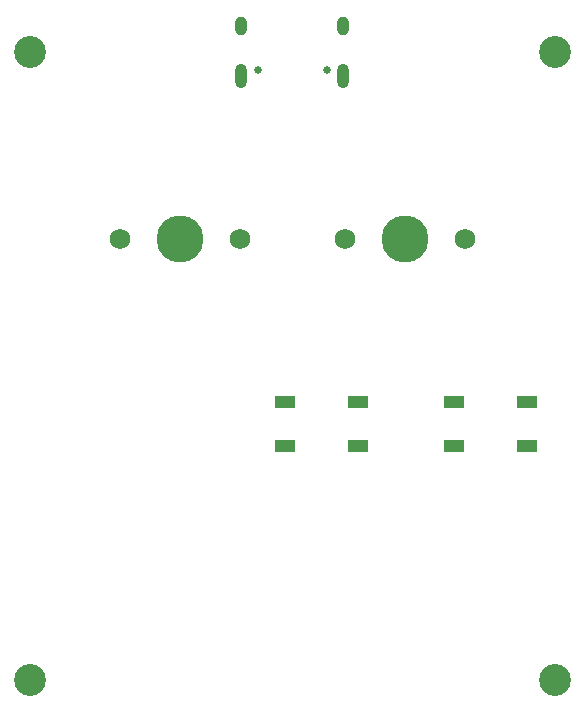
<source format=gts>
G04 #@! TF.GenerationSoftware,KiCad,Pcbnew,(5.1.10)-1*
G04 #@! TF.CreationDate,2021-06-04T02:05:14+02:00*
G04 #@! TF.ProjectId,Keyboard,4b657962-6f61-4726-942e-6b696361645f,rev?*
G04 #@! TF.SameCoordinates,Original*
G04 #@! TF.FileFunction,Soldermask,Top*
G04 #@! TF.FilePolarity,Negative*
%FSLAX46Y46*%
G04 Gerber Fmt 4.6, Leading zero omitted, Abs format (unit mm)*
G04 Created by KiCad (PCBNEW (5.1.10)-1) date 2021-06-04 02:05:14*
%MOMM*%
%LPD*%
G01*
G04 APERTURE LIST*
%ADD10C,3.987800*%
%ADD11C,1.750000*%
%ADD12C,0.650000*%
%ADD13O,1.000000X2.100000*%
%ADD14O,1.000000X1.600000*%
%ADD15C,2.700000*%
%ADD16R,1.800000X1.100000*%
G04 APERTURE END LIST*
D10*
X80962500Y-57150000D03*
D11*
X75882500Y-57150000D03*
X86042500Y-57150000D03*
D12*
X93377500Y-42762500D03*
X87597500Y-42762500D03*
D13*
X86167500Y-43292500D03*
X94807500Y-43292500D03*
D14*
X86167500Y-39112500D03*
X94807500Y-39112500D03*
D10*
X100012500Y-57150000D03*
D11*
X94932500Y-57150000D03*
X105092500Y-57150000D03*
D15*
X112712500Y-94456250D03*
X112712500Y-41275000D03*
X68262500Y-94456250D03*
X68262500Y-41275000D03*
D16*
X110331250Y-70912500D03*
X104131250Y-74612500D03*
X110331250Y-74612500D03*
X104131250Y-70912500D03*
X96043750Y-70912500D03*
X89843750Y-74612500D03*
X96043750Y-74612500D03*
X89843750Y-70912500D03*
M02*

</source>
